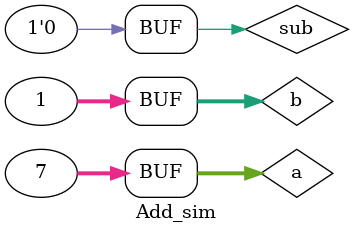
<source format=v>
`timescale 1ns / 1ps


module Add_sim();
reg [31:0]a = 32'h4;reg [31:0]b= 32'h1;
reg sub = 1'b0;
wire [31:0]s;

AddSub32 add(.a(a),.b(b),.sub(sub),.s(s));
initial begin
#100 a = 32'h7;
#100 b = 32'h1;
end
endmodule

</source>
